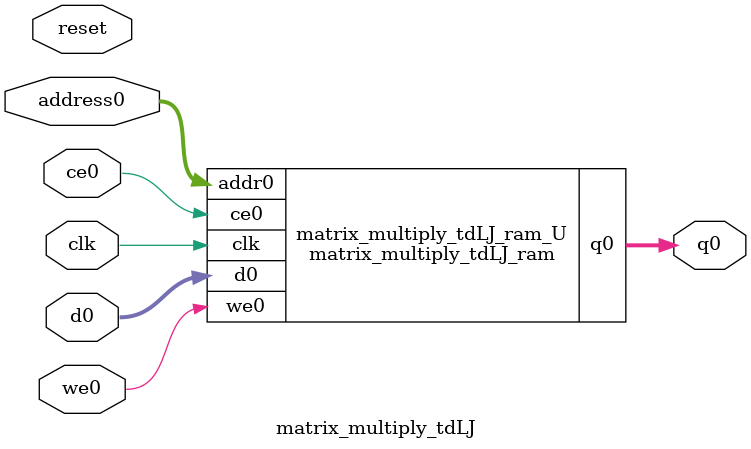
<source format=v>

`timescale 1 ns / 1 ps
module matrix_multiply_tdLJ_ram (addr0, ce0, d0, we0, q0,  clk);

parameter DWIDTH = 8;
parameter AWIDTH = 4;
parameter MEM_SIZE = 16;

input[AWIDTH-1:0] addr0;
input ce0;
input[DWIDTH-1:0] d0;
input we0;
output reg[DWIDTH-1:0] q0;
input clk;

(* ram_style = "distributed" *)reg [DWIDTH-1:0] ram[0:MEM_SIZE-1];




always @(posedge clk)  
begin 
    if (ce0) 
    begin
        if (we0) 
        begin 
            ram[addr0] <= d0; 
            q0 <= d0;
        end 
        else 
            q0 <= ram[addr0];
    end
end


endmodule


`timescale 1 ns / 1 ps
module matrix_multiply_tdLJ(
    reset,
    clk,
    address0,
    ce0,
    we0,
    d0,
    q0);

parameter DataWidth = 32'd8;
parameter AddressRange = 32'd16;
parameter AddressWidth = 32'd4;
input reset;
input clk;
input[AddressWidth - 1:0] address0;
input ce0;
input we0;
input[DataWidth - 1:0] d0;
output[DataWidth - 1:0] q0;



matrix_multiply_tdLJ_ram matrix_multiply_tdLJ_ram_U(
    .clk( clk ),
    .addr0( address0 ),
    .ce0( ce0 ),
    .we0( we0 ),
    .d0( d0 ),
    .q0( q0 ));

endmodule


</source>
